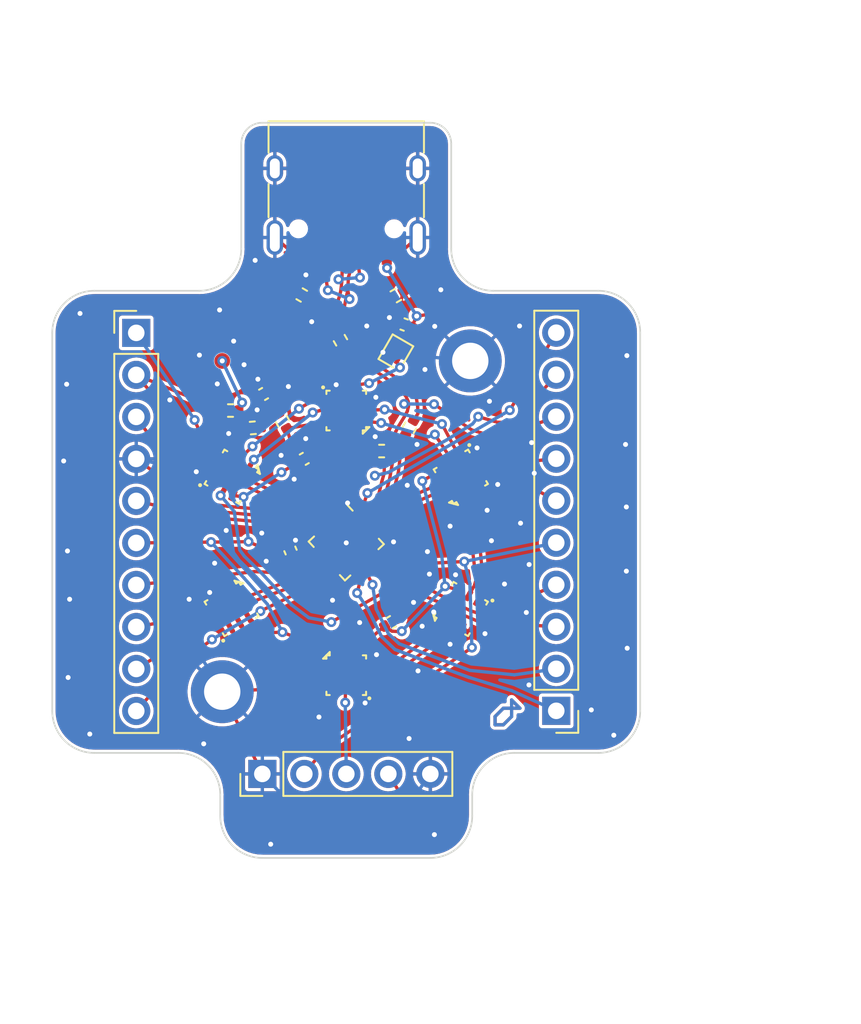
<source format=kicad_pcb>
(kicad_pcb (version 20211014) (generator pcbnew)
  (layers (0 "F.Cu" signal) (31 "B.Cu" signal) (34 "B.Paste" user) (35 "F.Paste" user) (36 "B.SilkS" user "B.Silkscreen") (37 "F.SilkS" user "F.Silkscreen") (38 "B.Mask" user) (39 "F.Mask" user) (44 "Edge.Cuts" user))
  (net 0 "")
  (net 1 "VCC")
  (net 2 "GND")
  (net 3 "PD7NRST")
  (net 4 "PA1")
  (net 5 "PA2")
  (net 6 "PD0")
  (net 7 "PC0")
  (net 8 "PC1")
  (net 9 "PC2")
  (net 10 "PC3")
  (net 11 "SWIO")
  (net 12 "PC4")
  (net 13 "PC5")
  (net 14 "PC6")
  (net 15 "PC7")
  (net 16 "PD2")
  (net 17 "PD6")
  (net 18 "Net-(D1-Pad4)")
  (net 19 "Net-(D1-Pad5)")
  (net 20 "Net-(D2-Pad4)")
  (net 21 "Net-(D2-Pad5)")
  (net 22 "Net-(D3-Pad4)")
  (net 23 "Net-(D3-Pad5)")
  (net 24 "Net-(D4-Pad4)")
  (net 25 "Net-(D4-Pad5)")
  (net 26 "Net-(D5-Pad4)")
  (net 27 "Net-(D5-Pad5)")
  (net 30 "D+")
  (net 31 "D-")
  (net 32 "DPU")
  (net 33 "Net-(J4-PadA7)")
  (net 34 "Net-(J4-PadA6)")
  (net 35 "Net-(J4-PadB5)")
  (net 36 "Net-(J4-PadA5)")
  (net 39 "+5V")
  (net 40 "Net-(R6-Pad1)")
  (net 41 "Net-(M1-Pad2)")
  (footprint "WS2816-2121:WS2816-2121" (layer "F.Cu") (at 93.071804 96.000012 60)
    (fp_text reference "D1" hide)
    (fp_text value "WS2816C-2121" hide)
  )
  (footprint "Resistor_SMD:R_0402_1005Metric" (layer "F.Cu") (at 103.825 93.038327 -120)
    (fp_text reference "R2")
    (fp_text value "NP" hide)
  )
  (footprint "MountingHole:MountingHole_2.2mm_M2_DIN965_Pad" (layer "F.Cu") (at 92.5 109)
    (fp_text reference "J6" hide)
    (fp_text value "HOLE" hide)
  )
  (footprint "Connector_PinHeader_2.54mm:PinHeader_1x10_P2.54mm_Vertical" (layer "F.Cu") (at 112.7 110.155 180)
    (fp_text reference "J3" hide)
    (fp_text value "~" hide)
  )
  (footprint "Capacitor_SMD:C_0402_1005Metric" (layer "F.Cu") (at 97.46 94.92 30)
    (fp_text reference "C3" hide)
    (fp_text value "1u")
  )
  (footprint "Capacitor_SMD:C_0402_1005Metric" (layer "F.Cu") (at 95 91 30)
    (fp_text reference "C5")
    (fp_text value "1u" hide)
  )
  (footprint "Resistor_SMD:R_0402_1005Metric" (layer "F.Cu") (at 99.65 87.75 -60)
    (fp_text reference "R1" hide)
    (fp_text value "NP")
  )
  (footprint "Resistor_SMD:R_0402_1005Metric" (layer "F.Cu") (at 102.14 94.45 180)
    (fp_text reference "R5")
    (fp_text value "NP" hide)
  )
  (footprint "Resistor_SMD:R_0402_1005Metric" (layer "F.Cu") (at 94.35 93.05 -175)
    (fp_text reference "R6")
    (fp_text value "2.2k" hide)
  )
  (footprint "WS2816-2121:WS2816-2121" (layer "F.Cu") (at 100.000003 108.000006 180)
    (fp_text reference "D5" hide)
    (fp_text value "WS2816C-2121" hide)
  )
  (footprint "Resistor_SMD:R_0402_1005Metric" (layer "F.Cu") (at 96.15 92.65 120)
    (fp_text reference "R7")
    (fp_text value "0" hide)
  )
  (footprint "Swadge_Parts:GOERTEK_MIC_B4013AM423" (layer "F.Cu") (at 92.5 89 -120)
    (fp_text reference "M1" hide)
    (fp_text value "Mic")
  )
  (footprint "Connector_PinHeader_2.54mm:PinHeader_1x05_P2.54mm_Vertical" (layer "F.Cu") (at 94.925 113.97 90)
    (fp_text reference "J2" hide)
    (fp_text value "PGM" hide)
  )
  (footprint "Capacitor_SMD:C_0402_1005Metric" (layer "F.Cu") (at 103.5 86.8 160)
    (fp_text reference "C4")
    (fp_text value "1u" hide)
  )
  (footprint "Package_DFN_QFN:QFN-20-1EP_3x3mm_P0.4mm_EP1.65x1.65mm" (layer "F.Cu") (at 100 100 -47)
    (fp_text reference "U1")
    (fp_text value "CH32V003F4U6" hide)
  )
  (footprint "Capacitor_SMD:C_0402_1005Metric" (layer "F.Cu") (at 96.627551 100.461842 113)
    (fp_text reference "C1" hide)
    (fp_text value "1u" hide)
  )
  (footprint "MountingHole:MountingHole_2.2mm_M2_DIN965_Pad" (layer "F.Cu") (at 107.5 89)
    (fp_text reference "J5" hide)
    (fp_text value "HOLE" hide)
  )
  (footprint "WS2816-2121:WS2816-2121" (layer "F.Cu") (at 100.000007 92.000012)
    (fp_text reference "D2" hide)
    (fp_text value "WS2816C-2121" hide)
  )
  (footprint "WS2816-2121:WS2816-2121" (layer "F.Cu") (at 106.928203 96 -60)
    (fp_text reference "D3" hide)
    (fp_text value "WS2816C-2121" hide)
  )
  (footprint "Capacitor_SMD:C_0402_1005Metric" (layer "F.Cu") (at 102.734308 104.79 30)
    (fp_text reference "C2")
    (fp_text value "1u" hide)
  )
  (footprint "Resistor_SMD:R_0402_1005Metric" (layer "F.Cu") (at 93 92)
    (fp_text reference "R8")
    (fp_text value "0" hide)
  )
  (footprint "Connector_PinHeader_2.54mm:PinHeader_1x10_P2.54mm_Vertical" (layer "F.Cu") (at 87.3 87.305)
    (fp_text reference "J1" hide)
    (fp_text value "~" hide)
  )
  (footprint "Package_DFN_QFN:OnSemi_XDFN4-1EP_1.0x1.0mm_EP0.52x0.52mm" (layer "F.Cu") (at 103 88.5 150)
    (fp_text reference "U2")
    (fp_text value "3.3vReg" hide)
  )
  (footprint "Resistor_SMD:R_0402_1005Metric" (layer "F.Cu") (at 97.308327 85.015 150)
    (fp_text reference "R3")
    (fp_text value "5.1k" hide)
  )
  (footprint "Connector_USB:USB_C_Receptacle_HRO_TYPE-C-31-M-12" (layer "F.Cu") (at 100 78.41 180)
    (fp_text reference "J4" hide)
    (fp_text value "USB_C_Receptacle_USB2.0" hide)
  )
  (footprint "Resistor_SMD:R_0402_1005Metric" (layer "F.Cu") (at 102.998327 85.055 30)
    (fp_text reference "R4")
    (fp_text value "5.1k" hide)
  )
  (footprint "WS2816-2121:WS2816-2121" (layer "F.Cu") (at 106.928202 103.999997 -120)
    (fp_text reference "D4" hide)
    (fp_text value "WS2816C-2121" hide)
  )
  (footprint "WS2816-2121:WS2816-2121" (layer "F.Cu") (at 93.071797 104 120)
    (fp_text reference "D6" hide)
    (fp_text value "WS2816C-2121" hide)
  )
  (gr_line (start 109 111) (end 109 110.5) (layer "F.Cu") (width 0.2))
  (gr_line (start 110 109.5) (end 110 110.5) (layer "F.Cu") (width 0.2))
  (gr_line (start 110.5 110) (end 110 109.5) (layer "F.Cu") (width 0.2))
  (gr_line (start 109 110.5) (end 109.5 110) (layer "F.Cu") (width 0.2))
  (gr_line (start 109.5 110) (end 110.5 110) (layer "F.Cu") (width 0.2))
  (gr_line (start 109.5 111) (end 109 111) (layer "F.Cu") (width 0.2))
  (gr_line (start 109.5 111) (end 110 110.5) (layer "F.Cu") (width 0.2))
  (gr_line (start 110 110.5) (end 109.5 111) (layer "B.Cu") (width 0.2))
  (gr_line (start 109 110.5) (end 109.5 110) (layer "B.Cu") (width 0.2))
  (gr_line (start 110.5 110) (end 110 109.5) (layer "B.Cu") (width 0.2))
  (gr_line (start 109 111) (end 109 110.5) (layer "B.Cu") (width 0.2))
  (gr_line (start 110 109.5) (end 110 110.5) (layer "B.Cu") (width 0.2))
  (gr_line (start 109.5 110) (end 110.5 110) (layer "B.Cu") (width 0.2))
  (gr_line (start 109.5 111) (end 109 111) (layer "B.Cu") (width 0.2))
  (gr_arc (start 115.24 84.76) (mid 117.036051 85.503949) (end 117.78 87.3) (layer "Edge.Cuts") (width 0.1))
  (gr_line (start 91.11 84.76) (end 84.76 84.76) (layer "Edge.Cuts") (width 0.1))
  (gr_arc (start 82.22 87.3) (mid 82.963949 85.503949) (end 84.76 84.76) (layer "Edge.Cuts") (width 0.1))
  (gr_line (start 105.08 74.6) (end 94.92 74.6) (layer "Edge.Cuts") (width 0.1))
  (gr_arc (start 105.08 74.6) (mid 105.978026 74.971974) (end 106.35 75.87) (layer "Edge.Cuts") (width 0.1))
  (gr_arc (start 108.89 84.76) (mid 107.093948 84.016051) (end 106.35 82.219999) (layer "Edge.Cuts") (width 0.1))
  (gr_line (start 92.38 115.24) (end 92.38 116.51) (layer "Edge.Cuts") (width 0.1))
  (gr_line (start 117.78 87.3) (end 117.78 110.16) (layer "Edge.Cuts") (width 0.1))
  (gr_arc (start 107.62 116.51) (mid 106.876051 118.306051) (end 105.08 119.05) (layer "Edge.Cuts") (width 0.1))
  (gr_arc (start 84.76 112.7) (mid 82.963949 111.956051) (end 82.22 110.16) (layer "Edge.Cuts") (width 0.1))
  (gr_line (start 89.84 112.7) (end 84.76 112.7) (layer "Edge.Cuts") (width 0.1))
  (gr_line (start 82.22 110.16) (end 82.22 87.3) (layer "Edge.Cuts") (width 0.1))
  (gr_line (start 106.35 82.219999) (end 106.35 75.87) (layer "Edge.Cuts") (width 0.1))
  (gr_arc (start 93.65 75.87) (mid 94.021974 74.971974) (end 94.92 74.6) (layer "Edge.Cuts") (width 0.1))
  (gr_line (start 115.24 84.76) (end 108.89 84.76) (layer "Edge.Cuts") (width 0.1))
  (gr_line (start 107.62 115.24) (end 107.62 116.51) (layer "Edge.Cuts") (width 0.1))
  (gr_line (start 105.08 119.05) (end 94.92 119.05) (layer "Edge.Cuts") (width 0.1))
  (gr_arc (start 93.650001 82.22) (mid 92.906052 84.016052) (end 91.11 84.76) (layer "Edge.Cuts") (width 0.1))
  (gr_arc (start 117.78 110.16) (mid 117.036051 111.956051) (end 115.24 112.7) (layer "Edge.Cuts") (width 0.1))
  (gr_arc (start 94.92 119.05) (mid 93.123949 118.306051) (end 92.38 116.51) (layer "Edge.Cuts") (width 0.1))
  (gr_line (start 93.65 75.87) (end 93.650001 82.22) (layer "Edge.Cuts") (width 0.1))
  (gr_arc (start 107.62 115.24) (mid 108.363949 113.443949) (end 110.16 112.7) (layer "Edge.Cuts") (width 0.1))
  (gr_line (start 110.16 112.7) (end 115.24 112.7) (layer "Edge.Cuts") (width 0.1))
  (gr_arc (start 89.84 112.7) (mid 91.636051 113.443949) (end 92.38 115.24) (layer "Edge.Cuts") (width 0.1))
  (segment (start 103.038958 89.082522) (end 103.25 89.4) (width 0.2) (layer "F.Cu") (net 1))
  (segment (start 99.15 106.59) (end 100.15 107.23) (width 0.2) (layer "F.Cu") (net 1))
  (segment (start 95.55 105.42) (end 96.14 105.4) (width 0.2) (layer "F.Cu") (net 1))
  (segment (start 100.94 106.23) (end 101.47 105.77) (width 0.2) (layer "F.Cu") (net 1))
  (segment (start 96.405 93.091673) (end 99.055007 92.630012) (width 0.2) (layer "F.Cu") (net 1))
  (segment (start 103.359286 105.339286) (end 103.31 105.37) (width 0.2) (layer "F.Cu") (net 1))
  (segment (start 97.2 100.75) (end 97.39 100.74) (width 0.2) (layer "F.Cu") (net 1))
  (segment (start 97.044308 95.16) (end 96.405 93.091673) (width 0.2) (layer "F.Cu") (net 1))
  (segment (start 94.63 105) (end 95.55 105.42) (width 0.2) (layer "F.Cu") (net 1))
  (segment (start 95.74 100.67) (end 96.815102 100.903684) (width 0.2) (layer "F.Cu") (net 1))
  (segment (start 99.71 92.64) (end 99.055007 92.630012) (width 0.2) (layer "F.Cu") (net 1))
  (segment (start 93.1449 97.133406) (end 93.79 97.22) (width 0.2) (layer "F.Cu") (net 1))
  (segment (start 105.977238 102.627238) (end 106.855106 102.866603) (width 0.2) (layer "F.Cu") (net 1))
  (segment (start 101.38 90.35) (end 100.64 90.45) (width 0.2) (layer "F.Cu") (net 1))
  (segment (start 96.082527 95.732527) (end 97.044308 95.16) (width 0.2) (layer "F.Cu") (net 1))
  (segment (start 94.089893 104.503394) (end 94.31 104.71) (width 0.2) (layer "F.Cu") (net 1))
  (segment (start 104.6 96.26) (end 105.910107 95.496606) (width 0.2) (layer "F.Cu") (net 1))
  (segment (start 100.25 90.69) (end 100.08 91.01) (width 0.2) (layer "F.Cu") (net 1))
  (segment (start 96.815102 100.903684) (end 97.2 100.75) (width 0.2) (layer "F.Cu") (net 1))
  (segment (start 94.09 99.93) (end 95.74 100.67) (width 0.2) (layer "F.Cu") (net 1))
  (segment (start 100.57 107.34) (end 100.945003 107.370006) (width 0.2) (layer "F.Cu") (net 1))
  (segment (start 99.92 92.5) (end 99.71 92.64) (width 0.2) (layer "F.Cu") (net 1))
  (segment (start 97.69 100.83) (end 97.89 100.83) (width 0.2) (layer "F.Cu") (net 1))
  (segment (start 91.528296 99.958296) (end 94.09 99.93) (width 0.2) (layer "F.Cu") (net 1))
  (segment (start 96.14 105.4) (end 99.15 106.59) (width 0.2) (layer "F.Cu") (net 1))
  (segment (start 91.825018 99.955018) (end 91.528296 99.958296) (width 0.2) (layer "F.Cu") (net 1))
  (segment (start 101.47 105.77) (end 102.318616 105.03) (width 0.2) (layer "F.Cu") (net 1))
  (segment (start 100.64 90.45) (end 100.25 90.69) (width 0.2) (layer "F.Cu") (net 1))
  (segment (start 99.94 109.66) (end 99.96 108.42) (width 0.2) (layer "F.Cu") (net 1))
  (segment (start 87.3 100.005) (end 91.528296 99.958296) (width 0.2) (layer "F.Cu") (net 1))
  (segment (start 102.76 105.34) (end 102.318616 105.03) (width 0.2) (layer "F.Cu") (net 1))
  (segment (start 100.387736 107.292264) (end 100.94 106.23) (width 0.2) (layer "F.Cu") (net 1))
  (segment (start 94.31 104.71) (end 94.63 105) (width 0.2) (layer "F.Cu") (net 1))
  (segment (start 100.316415 107.273585) (end 100.387736 107.292264) (width 0.2) (layer "F.Cu") (net 1))
  (segment (start 100.15 107.23) (end 100.316415 107.273585) (width 0.2) (layer "F.Cu") (net 1))
  (segment (start 103.31 105.37) (end 102.76 105.34) (width 0.2) (layer "F.Cu") (net 1))
  (segment (start 97.54 100.82) (end 97.69 100.83) (width 0.2) (layer "F.Cu") (net 1))
  (segment (start 100.387736 107.292264) (end 100.57 107.34) (width 0.2) (layer "F.Cu") (net 1))
  (segment (start 97.89 100.83) (end 98.393938 100.403815) (width 0.2) (layer "F.Cu") (net 1))
  (segment (start 100.03 91.8) (end 99.92 92.5) (width 0.2) (layer "F.Cu") (net 1))
  (segment (start 100.08 91.01) (end 100.03 91.8) (width 0.2) (layer "F.Cu") (net 1))
  (segment (start 100.2 107.6) (end 100.316415 107.273585) (width 0.2) (layer "F.Cu") (net 1))
  (segment (start 97.39 100.74) (end 97.54 100.82) (width 0.2) (layer "F.Cu") (net 1))
  (segment (start 99.96 108.42) (end 100.2 107.6) (width 0.2) (layer "F.Cu") (net 1))
  (via (at 103.25 89.4) (size 0.6) (drill 0.3) (layers "F.Cu" "B.Cu") (net 1))
  (via (at 103.359286 105.339286) (size 0.6) (drill 0.3) (layers "F.Cu" "B.Cu") (net 1))
  (via (at 96.082527 95.732527) (size 0.6) (drill 0.3) (layers "F.Cu" "B.Cu") (net 1))
  (via (at 104.6 96.26) (size 0.6) (drill 0.3) (layers "F.Cu" "B.Cu") (net 1))
  (via (at 101.38 90.35) (size 0.6) (drill 0.3) (layers "F.Cu" "B.Cu") (net 1))
  (via (at 99.94 109.66) (size 0.6) (drill 0.3) (layers "F.Cu" "B.Cu") (net 1))
  (via (at 94.09 99.93) (size 0.6) (drill 0.3) (layers "F.Cu" "B.Cu") (net 1))
  (via (at 105.977238 102.627238) (size 0.6) (drill 0.3) (layers "F.Cu" "B.Cu") (net 1))
  (via (at 96.14 105.4) (size 0.6) (drill 0.3) (layers "F.Cu" "B.Cu") (net 1))
  (via (at 91.825018 99.955018) (size 0.6) (drill 0.3) (layers "F.Cu" "B.Cu") (net 1))
  (via (at 93.79 97.22) (size 0.6) (drill 0.3) (layers "F.Cu" "B.Cu") (net 1))
  (segment (start 93.79 97.22) (end 94.09 99.93) (width 0.2) (layer "B.Cu") (net 1))
  (segment (start 93.79 97.22) (end 96.082527 95.732527) (width 0.2) (layer "B.Cu") (net 1))
  (segment (start 93.84 102.15) (end 95.23 103.71) (width 0.2) (layer "B.Cu") (net 1))
  (segment (start 105.78 100.81) (end 104.6 96.26) (width 0.2) (layer "B.Cu") (net 1))
  (segment (start 91.825018 99.955018) (end 93.84 102.15) (width 0.2) (layer "B.Cu") (net 1))
  (segment (start 103.359286 105.339286) (end 105.977238 102.627238) (width 0.2) (layer "B.Cu") (net 1))
  (segment (start 100.005 113.97) (end 99.94 109.66) (width 0.2) (layer "B.Cu") (net 1))
  (segment (start 95.23 103.71) (end 96.14 105.4) (width 0.2) (layer "B.Cu") (net 1))
  (segment (start 103.25 89.4) (end 101.38 90.35) (width 0.2) (layer "B.Cu") (net 1))
  (segment (start 105.977238 102.627238) (end 105.78 100.81) (width 0.2) (layer "B.Cu") (net 1))
  (segment (start 89.77 96.74) (end 87.3 94.925) (width 0.2) (layer "F.Cu") (net 2))
  (segment (start 96.78 83.31) (end 96.75 82.455) (width 0.2) (layer "F.Cu") (net 2))
  (segment (start 103.25 83.69) (end 103.44 84.8) (width 0.2) (layer "F.Cu") (net 2))
  (segment (start 99.055003 108.630006) (end 92.5 109) (width 0.2) (layer "F.Cu") (net 2))
  (segment (start 92.22 98.11) (end 91.35 97.95) (width 0.2) (layer "F.Cu") (net 2))
  (segment (start 98.718561 99.212336) (end 99.11 99.61) (width 0.2) (layer "F.Cu") (net 2))
  (segment (start 103.15 104.55) (end 104.07 103.6) (width 0.2) (layer "F.Cu") (net 2))
  (segment (start 99.11 99.61) (end 100 100) (width 0.2) (layer "F.Cu") (net 2))
  (segment (start 97.55 93.7) (end 97.875692 94.68) (width 0.2) (layer "F.Cu") (net 2))
  (segment (start 107.001298 105.133391) (end 106.28 106.13) (width 0.2) (layer "F.Cu") (net 2))
  (segment (start 95.68 81.54) (end 96.75 82.455) (width 0.2) (layer "F.Cu") (net 2))
  (segment (start 98.718561 99.212336) (end 98.36 98.83) (width 0.2) (layer "F.Cu") (net 2))
  (segment (start 94.63 88.02) (end 94.73 88.94) (width 0.2) (layer "F.Cu") (net 2))
  (segment (start 92.89 93.39) (end 92.998708 94.866618) (width 0.2) (layer "F.Cu") (net 2))
  (segment (start 97.15 84.35) (end 97.05 83.88) (width 0.2) (layer "F.Cu") (net 2))
  (segment (start 97.05 83.88) (end 96.78 83.31) (width 0.2) (layer "F.Cu") (net 2))
  (segment (start 89.06 88.54) (end 90.45 90.17) (width 0.2) (layer "F.Cu") (net 2))
  (segment (start 95.77 98.44) (end 92.22 98.11) (width 0.2) (layer "F.Cu") (net 2))
  (segment (start 102.61 86.38) (end 103.048948 86.63583) (width 0.2) (layer "F.Cu") (net 2))
  (segment (start 90.45 90.17) (end 91.58 91.08) (width 0.2) (layer "F.Cu") (net 2))
  (segment (start 98.13 98.68) (end 97.83 98.62) (width 0.2) (layer "F.Cu") (net 2))
  (segment (start 90.66 97.57) (end 89.77 96.74) (width 0.2) (layer "F.Cu") (net 2))
  (segment (start 92.053701 103.496606) (end 91.74 103) (width 0.2) (layer "F.Cu") (net 2))
  (segment (start 90.93 95.7) (end 92.053708 96.503406) (width 0.2) (layer "F.Cu") (net 2))
  (segment (start 103.25 82.455) (end 103.25 83.69) (width 0.2) (layer "F.Cu") (net 2))
  (segment (start 103.048948 86.63583) (end 103.44 84.8) (width 0.2) (layer "F.Cu") (net 2))
  (segment (start 94.73 88.94) (end 94.656132 90.106132) (width 0.2) (layer "F.Cu") (net 2))
  (segment (start 91.35 97.95) (end 90.66 97.57) (width 0.2) (layer "F.Cu") (net 2))
  (segment (start 91.12 88.65) (end 89.06 88.54) (width 0.2) (layer "F.Cu") (net 2))
  (segment (start 104.32 77.36) (end 95.68 77.36) (width 0.2) (layer "F.Cu") (net 2))
  (segment (start 94.925 113.97) (end 92.5 109) (width 0.2) (layer "F.Cu") (net 2))
  (segment (start 93.82 89.23) (end 94.656132 90.106132) (width 0.2) (layer "F.Cu") (net 2))
  (segment (start 97.83 98.62) (end 95.77 98.44) (width 0.2) (layer "F.Cu") (net 2))
  (segment (start 94.61 91.96) (end 94.584308 91.24) (width 0.2) (layer "F.Cu") (net 2))
  (segment (start 108.37 97.2) (end 108.52 98.03) (width 0.2) (layer "F.Cu") (net 2))
  (segment (start 94.656132 90.106132) (end 94.584308 91.24) (width 0.2) (layer "F.Cu") (net 2))
  (segment (start 105.29 104.18) (end 104.07 103.6) (width 0.2) (layer "F.Cu") (net 2))
  (segment (start 91.58 91.08) (end 92.2 90.39) (width 0.2) (layer "F.Cu") (net 2))
  (segment (start 106.28 98.99) (end 102.86 99.94) (width 0.2) (layer "F.Cu") (net 2))
  (segment (start 102.476042 88.757522) (end 103 88.5) (width 0.2) (layer "F.Cu") (net 2))
  (segment (start 95.68 77.36) (end 95.68 81.54) (width 0.2) (layer "F.Cu") (net 2))
  (segment (start 104.32 81.54) (end 104.32 77.36) (width 0.2) (layer "F.Cu") (net 2))
  (segment (start 96.866654 84.76) (end 97.15 84.35) (width 0.2) (layer "F.Cu") (net 2))
  (segment (start 102.476042 88.757522) (end 102.22 88.48) (width 0.2) (layer "F.Cu") (net 2))
  (segment (start 93.19 87.804885) (end 94.63 88.02) (width 0.2) (layer "F.Cu") (net 2))
  (segment (start 100.945007 91.370012) (end 101.79 91.2) (width 0.2) (layer "F.Cu") (net 2))
  (segment (start 98.36 98.83) (end 98.13 98.68) (width 0.2) (layer "F.Cu") (net 2))
  (segment (start 107.946299 96.503394) (end 108.37 97.2) (width 0.2) (layer "F.Cu") (net 2))
  (segment (start 103.25 82.455) (end 104.32 81.54) (width 0.2) (layer "F.Cu") (net 2))
  (segment (start 96.44 100.02) (end 96.93 99.84) (width 0.2) (layer "F.Cu") (net 2))
  (via (at 95.16 101.11) (size 0.6) (drill 0.3) (layers "F.Cu" "B.Cu") (net 2))
  (via (at 100.08 97.59) (size 0.6) (drill 0.3) (layers "F.Cu" "B.Cu") (net 2))
  (via (at 94.656132 90.106132) (size 0.6) (drill 0.3) (layers "F.Cu" "B.Cu") (net 2))
  (via (at 89.33 91.36) (size 0.6) (drill 0.3) (layers "F.Cu" "B.Cu") (net 2))
  (via (at 106.28 98.99) (size 0.6) (drill 0.3) (layers "F.Cu" "B.Cu") (net 2))
  (via (at 104.76 89.52) (size 0.6) (drill 0.3) (layers "F.Cu" "B.Cu") (net 2))
  (via (at 105.33 117.64) (size 0.6) (drill 0.3) (layers "F.Cu" "B.Cu") (net 2))
  (via (at 93.82 89.23) (size 0.6) (drill 0.3) (layers "F.Cu" "B.Cu") (net 2))
  (via (at 110.54 98.81) (size 0.6) (drill 0.3) (layers "F.Cu" "B.Cu") (net 2))
  (via (at 116.94 97.83) (size 0.6) (drill 0.3) (layers "F.Cu" "B.Cu") (net 2))
  (via (at 101.14 109.68) (size 0.6) (drill 0.3) (layers "F.Cu" "B.Cu") (net 2))
  (via (at 116.18 111.63) (size 0.6) (drill 0.3) (layers "F.Cu" "B.Cu") (net 2))
  (via (at 99.39 90.44) (size 0.6) (drill 0.3) (layers "F.Cu" "B.Cu") (net 2))
  (via (at 92.34 85.92) (size 0.6) (drill 0.3) (layers "F.Cu" "B.Cu") (net 2))
  (via (at 101.75 93.58) (size 0.6) (drill 0.3) (layers "F.Cu" "B.Cu") (net 2))
  (via (at 94.61 91.96) (size 0.6) (drill 0.3) (layers "F.Cu" "B.Cu") (net 2))
  (via (at 116.97 88.68) (size 0.6) (drill 0.3) (layers "F.Cu" "B.Cu") (net 2))
  (via (at 94.49 82.92) (size 0.6) (drill 0.3) (layers "F.Cu" "B.Cu") (net 2))
  (via (at 101.24 86.89) (size 0.6) (drill 0.3) (layers "F.Cu" "B.Cu") (net 2))
  (via (at 101.83 106.76) (size 0.6) (drill 0.3) (layers "F.Cu" "B.Cu") (net 2))
  (via (at 97.56 83.8) (size 0.6) (drill 0.3) (layers "F.Cu" "B.Cu") (net 2))
  (via (at 116.94 101.71) (size 0.6) (drill 0.3) (layers "F.Cu" "B.Cu") (net 2))
  (via (at 90.93 95.7) (size 0.6) (drill 0.3) (layers "F.Cu" "B.Cu") (net 2))
  (via (at 111.05 108.59) (size 0.6) (drill 0.3) (layers "F.Cu" "B.Cu") (net 2))
  (via (at 111.37 95.79) (size 0.6) (drill 0.3) (layers "F.Cu" "B.Cu") (net 2))
  (via (at 83.27 103.41) (size 0.6) (drill 0.3) (layers "F.Cu" "B.Cu") (net 2))
  (via (at 116.89 94.05) (size 0.6) (drill 0.3) (layers "F.Cu" "B.Cu") (net 2))
  (via (at 92.04 101.23) (size 0.6) (drill 0.3) (layers "F.Cu" "B.Cu") (net 2))
  (via (at 104.91 100.53) (size 0.6) (drill 0.3) (layers "F.Cu" "B.Cu") (net 2))
  (via (at 114.82 110.1) (size 0.6) (drill 0.3) (layers "F.Cu" "B.Cu") (net 2))
  (via (at 109.16 96.47) (size 0.6) (drill 0.3) (layers "F.Cu" "B.Cu") (net 2))
  (via (at 116.99 106.37) (size 0.6) (drill 0.3) (layers "F.Cu" "B.Cu") (net 2))
  (via (at 83.09 90.41) (size 0.6) (drill 0.3) (layers "F.Cu" "B.Cu") (net 2))
  (via (at 102.86 99.94) (size 0.6) (drill 0.3) (layers "F.Cu" "B.Cu") (net 2))
  (via (at 96.85 96.15) (size 0.6) (drill 0.3) (layers "F.Cu" "B.Cu") (net 2))
  (via (at 101.79 91.2) (size 0.6) (drill 0.3) (layers "F.Cu" "B.Cu") (net 2))
  (via (at 82.91 95.05) (size 0.6) (drill 0.3) (layers "F.Cu" "B.Cu") (net 2))
  (via (at 111.21 93.94) (size 0.6) (drill 0.3) (layers "F.Cu" "B.Cu") (net 2))
  (via (at 96.06 94.71) (size 0.6) (drill 0.3) (layers "F.Cu" "B.Cu") (net 2))
  (via (at 98.35 110.53) (size 0.6) (drill 0.3) (layers "F.Cu" "B.Cu") (net 2))
  (via (at 111.06 101.31) (size 0.6) (drill 0.3) (layers "F.Cu" "B.Cu") (net 2))
  (via (at 104.07 103.6) (size 0.6) (drill 0.3) (layers "F.Cu" "B.Cu") (net 2))
  (via (at 91.12 88.65) (size 0.6) (drill 0.3) (layers "F.Cu" "B.Cu") (net 2))
  (via (at 103.69 96.52) (size 0.6) (drill 0.3) (layers "F.Cu" "B.Cu") (net 2))
  (via (at 105.03 101.89) (size 0.6) (drill 0.3) (layers "F.Cu" "B.Cu") (net 2))
  (via (at 105.35 86.91) (size 0.6) (drill 0.3) (layers "F.Cu" "B.Cu") (net 2))
  (via (at 104.34 107.74) (size 0.6) (drill 0.3) (layers "F.Cu" "B.Cu") (net 2))
  (via (at 103.8 111.83) (size 0.6) (drill 0.3) (layers "F.Cu" "B.Cu") (net 2))
  (via (at 110.48 86.89) (size 0.6) (drill 0.3) (layers "F.Cu" "B.Cu") (net 2))
  (via (at 83.18 108.14) (size 0.6) (drill 0.3) (layers "F.Cu" "B.Cu") (net 2))
  (via (at 102.61 86.38) (size 0.6) (drill 0.3) (layers "F.Cu" "B.Cu") (net 2))
  (via (at 83.9 86.13) (size 0.6) (drill 0.3) (layers "F.Cu" "B.Cu") (net 2))
  (via (at 105.29 104.18) (size 0.6) (drill 0.3) (layers "F.Cu" "B.Cu") (net 2))
  (via (at 104.28 94.05) (size 0.6) (drill 0.3) (layers "F.Cu" "B.Cu") (net 2))
  (via (at 96.5 90.55) (size 0.6) (drill 0.3) (layers "F.Cu" "B.Cu") (net 2))
  (via (at 95.43 118.22) (size 0.6) (drill 0.3) (layers "F.Cu" "B.Cu") (net 2))
  (via (at 110.89 104.21) (size 0.6) (drill 0.3) (layers "F.Cu" "B.Cu") (net 2))
  (via (at 92.2 90.39) (size 0.6) (drill 0.3) (layers "F.Cu" "B.Cu") (net 2))
  (via (at 108.52 98.03) (size 0.6) (drill 0.3) (layers "F.Cu" "B.Cu") (net 2))
  (via (at 108.78 99.87) (size 0.6) (drill 0.3) (layers "F.Cu" "B.Cu") (net 2))
  (via (at 106.28 106.13) (size 0.6) (drill 0.3) (layers "F.Cu" "B.Cu") (net 2))
  (via (at 93.19 87.804885) (size 0.6) (drill 0.3) (layers "F.Cu" "B.Cu") (net 2))
  (via (at 108.66 91.44) (size 0.6) (drill 0.3) (layers "F.Cu" "B.Cu") (net 2))
  (via (at 102.22 88.48) (size 0.6) (drill 0.3) (layers "F.Cu" "B.Cu") (net 2))
  (via (at 100 100) (size 0.6) (drill 0.3) (layers "F.Cu" "B.Cu") (net 2))
  (via (at 94.89 99.41) (size 0.6) (drill 0.3) (layers "F.Cu" "B.Cu") (net 2))
  (via (at 107.91 94.26) (size 0.6) (drill 0.3) (layers "F.Cu" "B.Cu") (net 2))
  (via (at 83.14 100.49) (size 0.6) (drill 0.3) (layers "F.Cu" "B.Cu") (net 2))
  (via (at 90.5 103.41) (size 0.6) (drill 0.3) (layers "F.Cu" "B.Cu") (net 2))
  (via (at 84.49 111.56) (size 0.6) (drill 0.3) (layers "F.Cu" "B.Cu") (net 2))
  (via (at 109.57 102.49) (size 0.6) (drill 0.3) (layers "F.Cu" "B.Cu") (net 2))
  (via (at 97.55 93.7) (size 0.6) (drill 0.3) (layers "F.Cu" "B.Cu") (net 2))
  (via (at 99.17 103.47) (size 0.6) (drill 0.3) (layers "F.Cu" "B.Cu") (net 2))
  (via (at 108.39 105.49) (size 0.6) (drill 0.3) (layers "F.Cu" "B.Cu") (net 2))
  (via (at 91.38 112.15) (size 0.6) (drill 0.3) (layers "F.Cu" "B.Cu") (net 2))
  (via (at 97.91 86.63) (size 0.6) (drill 0.3) (layers "F.Cu" "B.Cu") (net 2))
  (via (at 92.89 93.39) (size 0.6) (drill 0.3) (layers "F.Cu" "B.Cu") (net 2))
  (via (at 96.93 99.84) (size 0.6) (drill 0.3) (layers "F.Cu" "B.Cu") (net 2))
  (via (at 106.61 101.93) (size 0.6) (drill 0.3) (layers "F.Cu" "B.Cu") (net 2))
  (via (at 91.74 103) (size 0.6) (drill 0.3) (layers "F.Cu" "B.Cu") (net 2))
  (via (at 105.72 84.7) (size 0.6) (drill 0.3) (layers "F.Cu" "B.Cu") (net 2))
  (via (at 92.74 99.25) (size 0.6) (drill 0.3) (layers "F.Cu" "B.Cu") (net 2))
  (via (at 100.81 104.82) (size 0.6) (drill 0.3) (layers "F.Cu" "B.Cu") (net 2))
  (via (at 104.59 105.04) (size 0.6) (drill 0.3) (layers "F.Cu" "B.Cu") (net 2))
  (segment (start 94.61 91.96) (end 97.19 91.01) (width 0.2) (layer "B.Cu") (net 2))
  (segment (start 108.52 98.03) (end 106.28 98.99) (width 0.2) (layer "B.Cu") (net 2))
  (segment (start 90.31 97.49) (end 90.93 95.7) (width 0.2) (layer "B.Cu") (net 2))
  (segment (start 96.93 99.84) (end 100 100) (width 0.2) (layer "B.Cu") (net 2))
  (segment (start 91.27 106.98) (end 92.5 109) (width 0.2) (layer "B.Cu") (net 2))
  (segment (start 101.59 100.79) (end 100 100) (width 0.2) (layer "B.Cu") (net 2))
  (segment (start 102.86 99.94) (end 100 100) (width 0.2) (layer "B.Cu") (net 2))
  (segment (start 96.68 115.82) (end 94.925 113.97) (width 0.2) (layer "B.Cu") (net 2))
  (segment (start 87.3 94.925) (end 90.93 95.7) (width 0.2) (layer "B.Cu") (net 2))
  (segment (start 103.25 101.16) (end 101.59 100.79) (width 0.2) (layer "B.Cu") (net 2))
  (segment (start 102.22 88.48) (end 102.61 86.38) (width 0.2) (layer "B.Cu") (net 2))
  (segment (start 100 100) (end 99.17 103.47) (width 0.2) (layer "B.Cu") (net 2))
  (segment (start 91.74 103) (end 90.83 104.46) (width 0.2) (layer "B.Cu") (net 2))
  (segment (start 105.085 113.97) (end 103.94 115.59) (width 0.2) (layer "B.Cu") (net 2))
  (segment (start 98.45 91.37) (end 98.86 92.61) (width 0.2) (layer "B.Cu") (net 2))
  (segment (start 104.07 103.6) (end 103.96 103.07) (width 0.2) (layer "B.Cu") (net 2))
  (segment (start 90.93 95.7) (end 92.89 93.39) (width 0.2) (layer "B.Cu") (net 2))
  (segment (start 106.28 106.13) (end 105.29 104.18) (width 0.2) (layer "B.Cu") (net 2))
  (segment (start 91.2 100.69) (end 90.31 97.49) (width 0.2) (layer "B.Cu") (net 2))
  (segment (start 101.79 91.2) (end 100.77 90.91) (width 0.2) (layer "B.Cu") (net 2))
  (segment (start 91.74 103) (end 91.2 100.69) (width 0.2) (layer "B.Cu") (net 2))
  (segment (start 100.5 90.29) (end 102.22 88.48) (width 0.2) (layer "B.Cu") (net 2))
  (segment (start 100.77 90.91) (end 100.5 90.29) (width 0.2) (layer "B.Cu") (net 2))
  (segment (start 103.96 103.07) (end 103.98 102.31) (width 0.2) (layer "B.Cu") (net 2))
  (segment (start 103.94 115.59) (end 96.68 115.82) (width 0.2) (layer "B.Cu") (net 2))
  (segment (start 97.19 91.01) (end 98.45 91.37) (width 0.2) (layer "B.Cu") (net 2))
  (segment (start 107.5 89) (end 102.22 88.48) (width 0.2) (layer "B.Cu") (net 2))
  (segment (start 98.86 92.61) (end 97.55 93.7) (width 0.2) (layer "B.Cu") (net 2))
  (segment (start 90.83 104.46) (end 91.27 106.98) (width 0.2) (layer "B.Cu") (net 2))
  (segment (start 92.89 93.39) (end 94.61 91.96) (width 0.2) (layer "B.Cu") (net 2))
  (segment (start 101.79 91.2) (end 98.86 92.61) (width 0.2) (layer "B.Cu") (net 2))
  (segment (start 103.98 102.31) (end 103.25 101.16) (width 0.2) (layer "B.Cu") (net 2))
  (segment (start 95.800805 96.929195) (end 95.49 96.85) (width 0.2) (layer "F.Cu") (net 3))
  (segment (start 91.68 94.6) (end 90.83 92.57) (width 0.2) (layer "F.Cu") (net 3))
  (segment (start 92.22 95.17) (end 91.68 94.6) (width 0.2) (layer "F.Cu") (net 3))
  (segment (start 99.596185 98.393938) (end 98.97 97.8) (width 0.2) (layer "F.Cu") (net 3))
  (segment (start 98.32 97.49) (end 97.57 97.38) (width 0.2) (layer "F.Cu") (net 3))
  (segment (start 93.83 96.08) (end 92.22 95.17) (width 0.2) (layer "F.Cu") (net 3))
  (segment (start 97.57 97.38) (end 95.800805 96.929195) (width 0.2) (layer "F.Cu") (net 3))
  (segment (start 98.97 97.8) (end 98.32 97.49) (width 0.2) (layer "F.Cu") (net 3))
  (segment (start 95.49 96.85) (end 93.83 96.08) (width 0.2) (layer "F.Cu") (net 3))
  (via (at 90.83 92.57) (size 0.6) (drill 0.3) (layers "F.Cu" "B.Cu") (net 3))
  (segment (start 90.83 92.57) (end 87.3 87.305) (width 0.2) (layer "B.Cu") (net 3))
  (segment (start 89.61 90.8) (end 87.3 89.845) (width 0.2) (layer "F.Cu") (net 4))
  (segment (start 96.12 97.44) (end 97.57 97.8) (width 0.2) (layer "F.Cu") (net 4))
  (segment (start 98.02 97.86) (end 98.46 97.96) (width 0.2) (layer "F.Cu") (net 4))
  (segment (start 98.8 98.15) (end 99.303644 98.666738) (width 0.2) (layer "F.Cu") (net 4))
  (segment (start 89.61 90.8) (end 92.49 92) (width 0.2) (layer "F.Cu") (net 4))
  (segment (start 91.79 95.44) (end 92.36 95.81) (width 0.2) (layer "F.Cu") (net 4))
  (segment (start 93.04 96.16) (end 95.15 97.15) (width 0.2) (layer "F.Cu") (net 4))
  (segment (start 98.46 97.96) (end 98.8 98.15) (width 0.2) (layer "F.Cu") (net 4))
  (segment (start 92.36 95.81) (end 93.04 96.16) (width 0.2) (layer "F.Cu") (net 4))
  (segment (start 90.05 93.12) (end 91.34 94.89) (width 0.2) (layer "F.Cu") (net 4))
  (segment (start 87.3 89.845) (end 90.05 93.12) (width 0.2) (layer "F.Cu") (net 4))
  (segment (start 91.34 94.89) (end 91.79 95.44) (width 0.2) (layer "F.Cu") (net 4))
  (segment (start 95.15 97.15) (end 96.12 97.44) (width 0.2) (layer "F.Cu") (net 4))
  (segment (start 97.57 97.8) (end 98.02 97.86) (width 0.2) (layer "F.Cu") (net 4))
  (segment (start 98.63 98.5) (end 98.41 98.36) (width 0.2) (layer "F.Cu") (net 5))
  (segment (start 90.25 96.57) (end 87.3 92.385) (width 0.2) (layer "F.Cu") (net 5))
  (segment (start 93.01 97.81) (end 92.05 97.69) (width 0.2) (layer "F.Cu") (net 5))
  (segment (start 98.02 98.25) (end 93.01 97.81) (width 0.2) (layer "F.Cu") (net 5))
  (segment (start 99.011102 98.939537) (end 98.63 98.5) (width 0.2) (layer "F.Cu") (net 5))
  (segment (start 92.05 97.69) (end 91.11 97.37) (width 0.2) (layer "F.Cu") (net 5))
  (segment (start 91.11 97.37) (end 90.25 96.57) (width 0.2) (layer "F.Cu") (net 5))
  (segment (start 98.41 98.36) (end 98.02 98.25) (width 0.2) (layer "F.Cu") (net 5))
  (segment (start 94.23 98.68) (end 96.41 98.87) (width 0.2) (layer "F.Cu") (net 6))
  (segment (start 87.3 97.465) (end 91.11 98.34) (width 0.2) (layer "F.Cu") (net 6))
  (segment (start 91.11 98.34) (end 92.21 98.5) (width 0.2) (layer "F.Cu") (net 6))
  (segment (start 97.96 99.06) (end 98.13 99.16) (width 0.2) (layer "F.Cu") (net 6))
  (segment (start 98.13 99.16) (end 98.426019 99.485136) (width 0.2) (layer "F.Cu") (net 6))
  (segment (start 97.5 98.97) (end 97.96 99.06) (width 0.2) (layer "F.Cu") (net 6))
  (segment (start 92.21 98.5) (end 94.23 98.68) (width 0.2) (layer "F.Cu") (net 6))
  (segment (start 96.41 98.87) (end 97.5 98.97) (width 0.2) (layer "F.Cu") (net 6))
  (segment (start 98.666738 100.696356) (end 98.13 101.16) (width 0.2) (layer "F.Cu") (net 7))
  (segment (start 96.39 101.83) (end 94.44 101.74) (width 0.2) (layer "F.Cu") (net 7))
  (segment (start 97.56 101.52) (end 96.39 101.83) (width 0.2) (layer "F.Cu") (net 7))
  (segment (start 98.13 101.16) (end 97.56 101.52) (width 0.2) (layer "F.Cu") (net 7))
  (segment (start 94.44 101.74) (end 87.3 102.545) (width 0.2) (layer "F.Cu") (net 7))
  (segment (start 98.44 101.45) (end 98.939537 100.988898) (width 0.2) (layer "F.Cu") (net 8))
  (segment (start 93.42 103.48) (end 96.05 102.48) (width 0.2) (layer "F.Cu") (net 8))
  (segment (start 87.3 105.085) (end 91.53 104.3) (width 0.2) (layer "F.Cu") (net 8))
  (segment (start 96.05 102.48) (end 96.78 102.13) (width 0.2) (layer "F.Cu") (net 8))
  (segment (start 96.78 102.13) (end 97.85 101.81) (width 0.2) (layer "F.Cu") (net 8))
  (segment (start 91.53 104.3) (end 92.25 104.15) (width 0.2) (layer "F.Cu") (net 8))
  (segment (start 92.25 104.15) (end 93.42 103.48) (width 0.2) (layer "F.Cu") (net 8))
  (segment (start 97.85 101.81) (end 98.44 101.45) (width 0.2) (layer "F.Cu") (net 8))
  (segment (start 96.79 102.62) (end 94.46 103.51) (width 0.2) (layer "F.Cu") (net 9))
  (segment (start 94.46 103.51) (end 93.68 103.81) (width 0.2) (layer "F.Cu") (net 9))
  (segment (start 91.98 104.76) (end 87.3 107.625) (width 0.2) (layer "F.Cu") (net 9))
  (segment (start 98.51 101.95) (end 97.85 102.26) (width 0.2) (layer "F.Cu") (net 9))
  (segment (start 93.68 103.81) (end 91.98 104.76) (width 0.2) (layer "F.Cu") (net 9))
  (segment (start 97.85 102.26) (end 96.79 102.62) (width 0.2) (layer "F.Cu") (net 9))
  (segment (start 99.212336 101.281439) (end 98.51 101.95) (width 0.2) (layer "F.Cu") (net 9))
  (segment (start 89.61 107.56) (end 91.88 105.84) (width 0.2) (layer "F.Cu") (net 10))
  (segment (start 98.8 102.26) (end 99.485136 101.573981) (width 0.2) (layer "F.Cu") (net 10))
  (segment (start 98.24 102.58) (end 98.8 102.26) (width 0.2) (layer "F.Cu") (net 10))
  (segment (start 94.808155 104.128155) (end 96.74 103.19) (width 0.2) (layer "F.Cu") (net 10))
  (segment (start 96.74 103.19) (end 97.45 102.85) (width 0.2) (layer "F.Cu") (net 10))
  (segment (start 97.45 102.85) (end 98.24 102.58) (width 0.2) (layer "F.Cu") (net 10))
  (segment (start 87.3 110.165) (end 89.61 107.56) (width 0.2) (layer "F.Cu") (net 10))
  (via (at 91.88 105.84) (size 0.6) (drill 0.3) (layers "F.Cu" "B.Cu") (net 10))
  (via (at 94.808155 104.128155) (size 0.6) (drill 0.3) (layers "F.Cu" "B.Cu") (net 10))
  (segment (start 91.88 105.84) (end 94.808155 104.128155) (width 0.2) (layer "B.Cu") (net 10))
  (segment (start 107.6 106.33) (end 98.68 112.44) (width 0.2) (layer "F.Cu") (net 11))
  (segment (start 98.68 112.44) (end 97.465 113.97) (width 0.2) (layer "F.Cu") (net 11))
  (segment (start 102.32 101.12) (end 102.04 101.01) (width 0.2) (layer "F.Cu") (net 11))
  (segment (start 102.04 101.01) (end 101.573981 100.514864) (width 0.2) (layer "F.Cu") (net 11))
  (segment (start 107.14 101.13) (end 103.12 101.33) (width 0.2) (layer "F.Cu") (net 11))
  (segment (start 103.12 101.33) (end 102.32 101.12) (width 0.2) (layer "F.Cu") (net 11))
  (via (at 107.6 106.33) (size 0.6) (drill 0.3) (layers "F.Cu" "B.Cu") (net 11))
  (via (at 107.14 101.13) (size 0.6) (drill 0.3) (layers "F.Cu" "B.Cu") (net 11))
  (segment (start 107.48 102.47) (end 107.14 101.13) (width 0.2) (layer "B.Cu") (net 11))
  (segment (start 107.14 101.13) (end 112.7 99.995) (width 0.2) (layer "B.Cu") (net 11))
  (segment (start 107.6 106.33) (end 107.48 102.47) (width 0.2) (layer "B.Cu") (net 11))
  (segment (start 100.403815 101.606062) (end 100.77 101.95) (width 0.2) (layer "F.Cu") (net 12))
  (segment (start 100.77 101.95) (end 100.86 102.24) (width 0.2) (layer "F.Cu") (net 12))
  (segment (start 100.86 102.24) (end 100.66 103.03) (width 0.2) (layer "F.Cu") (net 12))
  (via (at 100.66 103.03) (size 0.6) (drill 0.3) (layers "F.Cu" "B.Cu") (net 12))
  (segment (start 107.41 108.13) (end 110.02 108.94) (width 0.2) (layer "B.Cu") (net 12))
  (segment (start 106.26 107.71) (end 107.41 108.13) (width 0.2) (layer "B.Cu") (net 12))
  (segment (start 102.14 105.68) (end 102.95 106.45) (width 0.2) (layer "B.Cu") (net 12))
  (segment (start 110.02 108.94) (end 112.7 110.155) (width 0.2) (layer "B.Cu") (net 12))
  (segment (start 101.32 104.03) (end 102.14 105.68) (width 0.2) (layer "B.Cu") (net 12))
  (segment (start 100.66 103.03) (end 101.32 104.03) (width 0.2) (layer "B.Cu") (net 12))
  (segment (start 102.95 106.45) (end 106.26 107.71) (width 0.2) (layer "B.Cu") (net 12))
  (segment (start 101.59 102.53) (end 101.29 101.93) (width 0.2) (layer "F.Cu") (net 13))
  (segment (start 101.29 101.93) (end 100.696356 101.333262) (width 0.2) (layer "F.Cu") (net 13))
  (via (at 101.59 102.53) (size 0.6) (drill 0.3) (layers "F.Cu" "B.Cu") (net 13))
  (segment (start 112.7 107.615) (end 110.17 107.98) (width 0.2) (layer "B.Cu") (net 13))
  (segment (start 110.17 107.98) (end 107.47 107.71) (width 0.2) (layer "B.Cu") (net 13))
  (segment (start 107.47 107.71) (end 103.2 106.1) (width 0.2) (layer "B.Cu") (net 13))
  (segment (start 101.81 104) (end 101.59 102.53) (width 0.2) (layer "B.Cu") (net 13))
  (segment (start 102.55 105.49) (end 101.81 104) (width 0.2) (layer "B.Cu") (net 13))
  (segment (start 103.2 106.1) (end 102.55 105.49) (width 0.2) (layer "B.Cu") (net 13))
  (segment (start 103.083688 102.526312) (end 102.95 102.47) (width 0.2) (layer "F.Cu") (net 14))
  (segment (start 107.04 104.35) (end 106.06 103.78) (width 0.2) (layer "F.Cu") (net 14))
  (segment (start 103.083688 102.526312) (end 99.1 104.79) (width 0.2) (layer "F.Cu") (net 14))
  (segment (start 101.9 101.93) (end 101.52 101.64) (width 0.2) (layer "F.Cu") (net 14))
  (segment (start 101.52 101.64) (end 100.988898 101.060463) (width 0.2) (layer "F.Cu") (net 14))
  (segment (start 106.06 103.78) (end 103.083688 102.526312) (width 0.2) (layer "F.Cu") (net 14))
  (segment (start 112.7 105.075) (end 108.03 104.77) (width 0.2) (layer "F.Cu") (net 14))
  (segment (start 108.03 104.77) (end 107.04 104.35) (width 0.2) (layer "F.Cu") (net 14))
  (segment (start 102.95 102.47) (end 101.9 101.93) (width 0.2) (layer "F.Cu") (net 14))
  (segment (start 92.599304 96.818406) (end 92.4 97.14) (width 0.2) (layer "F.Cu") (net 14))
  (via (at 92.4 97.14) (size 0.6) (drill 0.3) (layers "F.Cu" "B.Cu") (net 14))
  (via (at 99.1 104.79) (size 0.6) (drill 0.3) (layers "F.Cu" "B.Cu") (net 14))
  (segment (start 99.1 104.79) (end 97.74 104.53) (width 0.2) (layer "B.Cu") (net 14))
  (segment (start 97.74 104.53) (end 96.69 103.75) (width 0.2) (layer "B.Cu") (net 14))
  (segment (start 93.23 98.11) (end 92.4 97.14) (width 0.2) (layer "B.Cu") (net 14))
  (segment (start 93.56 100.43) (end 93.23 98.11) (width 0.2) (layer "B.Cu") (net 14))
  (segment (start 93.83 100.8) (end 93.56 100.43) (width 0.2) (layer "B.Cu") (net 14))
  (segment (start 94.78 101.73) (end 93.83 100.8) (width 0.2) (layer "B.Cu") (net 14))
  (segment (start 96.69 103.75) (end 94.78 101.73) (width 0.2) (layer "B.Cu") (net 14))
  (segment (start 103.5 102.01) (end 107.05 103.88) (width 0.2) (layer "F.Cu") (net 15))
  (segment (start 108.69 104.3) (end 112.7 102.535) (width 0.2) (layer "F.Cu") (net 15))
  (segment (start 107.05 103.88) (end 107.53 104.11) (width 0.2) (layer "F.Cu") (net 15))
  (segment (start 102.89 101.83) (end 103.5 102.01) (width 0.2) (layer "F.Cu") (net 15))
  (segment (start 101.281439 100.787664) (end 101.77 101.32) (width 0.2) (layer "F.Cu") (net 15))
  (segment (start 101.77 101.32) (end 102.08 101.57) (width 0.2) (layer "F.Cu") (net 15))
  (segment (start 108.18 104.32) (end 108.69 104.3) (width 0.2) (layer "F.Cu") (net 15))
  (segment (start 107.53 104.11) (end 108.18 104.32) (width 0.2) (layer "F.Cu") (net 15))
  (segment (start 102.08 101.57) (end 102.89 101.83) (width 0.2) (layer "F.Cu") (net 15))
  (segment (start 109.49 95.72) (end 112.7 97.455) (width 0.2) (layer "F.Cu") (net 16))
  (segment (start 107.93 95.77) (end 108.54 95.63) (width 0.2) (layer "F.Cu") (net 16))
  (segment (start 108.54 95.63) (end 109.49 95.72) (width 0.2) (layer "F.Cu") (net 16))
  (segment (start 101.606062 99.596185) (end 102.86 98.38) (width 0.2) (layer "F.Cu") (net 16))
  (segment (start 104.16 97.55) (end 105.74 96.87) (width 0.2) (layer "F.Cu") (net 16))
  (segment (start 105.74 96.87) (end 106.64 96.44) (width 0.2) (layer "F.Cu") (net 16))
  (segment (start 106.64 96.44) (end 107.93 95.77) (width 0.2) (layer "F.Cu") (net 16))
  (segment (start 102.86 98.38) (end 104.16 97.55) (width 0.2) (layer "F.Cu") (net 16))
  (segment (start 109.89 91.98) (end 112.7 87.295) (width 0.2) (layer "F.Cu") (net 17))
  (segment (start 100.99 97.86) (end 100.84 98.09) (width 0.2) (layer "F.Cu") (net 17))
  (segment (start 101.28 96.99) (end 100.99 97.86) (width 0.2) (layer "F.Cu") (net 17))
  (segment (start 100.84 98.09) (end 100.514864 98.426019) (width 0.2) (layer "F.Cu") (net 17))
  (via (at 101.28 96.99) (size 0.6) (drill 0.3) (layers "F.Cu" "B.Cu") (net 17))
  (via (at 109.89 91.98) (size 0.6) (drill 0.3) (layers "F.Cu" "B.Cu") (net 17))
  (segment (start 101.28 96.99) (end 109.89 91.98) (width 0.2) (layer "B.Cu") (net 17))
  (segment (start 98.42 92) (end 97.97 92.12) (width 0.2) (layer "F.Cu") (net 18))
  (segment (start 94.41 94.97) (end 94.0899 95.496618) (width 0.2) (layer "F.Cu") (net 18))
  (segment (start 99.055007 92.000012) (end 98.42 92) (width 0.2) (layer "F.Cu") (net 18))
  (via (at 97.97 92.12) (size 0.6) (drill 0.3) (layers "F.Cu" "B.Cu") (net 18))
  (via (at 94.41 94.97) (size 0.6) (drill 0.3) (layers "F.Cu" "B.Cu") (net 18))
  (segment (start 97.97 92.12) (end 94.41 94.97) (width 0.2) (layer "B.Cu") (net 18))
  (segment (start 93.87 94.61) (end 94.33 94.17) (width 0.2) (layer "F.Cu") (net 19))
  (segment (start 93.544304 95.181618) (end 93.87 94.61) (width 0.2) (layer "F.Cu") (net 19))
  (segment (start 98.28 91.4) (end 99.055007 91.370012) (width 0.2) (layer "F.Cu") (net 19))
  (segment (start 97.79 91.51) (end 98.28 91.4) (width 0.2) (layer "F.Cu") (net 19))
  (segment (start 97.14 91.89) (end 97.79 91.51) (width 0.2) (layer "F.Cu") (net 19))
  (via (at 94.33 94.17) (size 0.6) (drill 0.3) (layers "F.Cu" "B.Cu") (net 19))
  (via (at 97.14 91.89) (size 0.6) (drill 0.3) (layers "F.Cu" "B.Cu") (net 19))
  (segment (start 94.33 94.17) (end 97.14 91.89) (width 0.2) (layer "B.Cu") (net 19))
  (segment (start 105.36 93.45) (end 106.1 94.57) (width 0.2) (layer "F.Cu") (net 20))
  (segment (start 106.1 94.57) (end 106.455703 95.181606) (width 0.2) (layer "F.Cu") (net 20))
  (segment (start 100.945007 92.630012) (end 102.11 92.75) (width 0.2) (layer "F.Cu") (net 20))
  (via (at 105.36 93.45) (size 0.6) (drill 0.3) (layers "F.Cu" "B.Cu") (net 20))
  (via (at 102.11 92.75) (size 0.6) (drill 0.3) (layers "F.Cu" "B.Cu") (net 20))
  (segment (start 105.36 93.45) (end 104.96 93.59) (width 0.2) (layer "B.Cu") (net 20))
  (segment (start 104.96 93.59) (end 102.11 92.75) (width 0.2) (layer "B.Cu") (net 20))
  (segment (start 102.32 91.94) (end 100.945007 92.000012) (width 0.2) (layer "F.Cu") (net 21))
  (segment (start 106.54 94.23) (end 107.001299 94.866606) (width 0.2) (layer "F.Cu") (net 21))
  (segment (start 105.79 92.82) (end 106.54 94.23) (width 0.2) (layer "F.Cu") (net 21))
  (via (at 102.32 91.94) (size 0.6) (drill 0.3) (layers "F.Cu" "B.Cu") (net 21))
  (via (at 105.79 92.82) (size 0.6) (drill 0.3) (layers "F.Cu" "B.Cu") (net 21))
  (segment (start 105.79 92.82) (end 102.32 91.94) (width 0.2) (layer "B.Cu") (net 21))
  (segment (start 107.22 97.63) (end 106.855107 97.133394) (width 0.2) (layer "F.Cu") (net 22))
  (segment (start 107.37 98.19) (end 107.22 97.63) (width 0.2) (layer "F.Cu") (net 22))
  (segment (start 107.85 102.23) (end 107.37 98.19) (width 0.2) (layer "F.Cu") (net 22))
  (segment (start 107.400702 103.181603) (end 107.75 102.58) (width 0.2) (layer "F.Cu") (net 22))
  (segment (start 107.75 102.58) (end 107.85 102.23) (width 0.2) (layer "F.Cu") (net 22))
  (segment (start 107.400703 96.818394) (end 107.76 97.44) (width 0.2) (layer "F.Cu") (net 23))
  (segment (start 107.87 97.86) (end 108.28 102.36) (width 0.2) (layer "F.Cu") (net 23))
  (segment (start 108.26 102.68) (end 108.22 103) (width 0.2) (layer "F.Cu") (net 23))
  (segment (start 108.28 102.36) (end 108.26 102.68) (width 0.2) (layer "F.Cu") (net 23))
  (segment (start 108.22 103) (end 107.946298 103.496603) (width 0.2) (layer "F.Cu") (net 23))
  (segment (start 107.76 97.44) (end 107.87 97.86) (width 0.2) (layer "F.Cu") (net 23))
  (segment (start 101.77 108) (end 101.4 108) (width 0.2) (layer "F.Cu") (net 24))
  (segment (start 101.4 108) (end 100.945003 108.000006) (width 0.2) (layer "F.Cu") (net 24))
  (segment (start 105.63 105.07) (end 105.43 105.36) (width 0.2) (layer "F.Cu") (net 24))
  (segment (start 105.43 105.36) (end 103.3 106.99) (width 0.2) (layer "F.Cu") (net 24))
  (segment (start 105.910106 104.503391) (end 105.63 105.07) (width 0.2) (layer "F.Cu") (net 24))
  (segment (start 103.3 106.99) (end 102.01 107.94) (width 0.2) (layer "F.Cu") (net 24))
  (segment (start 102.01 107.94) (end 101.77 108) (width 0.2) (layer "F.Cu") (net 24))
  (segment (start 106.08 105.43) (end 106.455702 104.818391) (width 0.2) (layer "F.Cu") (net 25))
  (segment (start 100.945003 108.630006) (end 101.93 108.55) (width 0.2) (layer "F.Cu") (net 25))
  (segment (start 105.85 105.69) (end 106.08 105.43) (width 0.2) (layer "F.Cu") (net 25))
  (segment (start 101.93 108.55) (end 102.27 108.42) (width 0.2) (layer "F.Cu") (net 25))
  (segment (start 102.27 108.42) (end 105.85 105.69) (width 0.2) (layer "F.Cu") (net 25))
  (segment (start 93.89 105.26) (end 94.15 105.48) (width 0.2) (layer "F.Cu") (net 26))
  (segment (start 98.39 107.36) (end 98.59 107.39) (width 0.2) (layer "F.Cu") (net 26))
  (segment (start 98.59 107.39) (end 99.055003 107.370006) (width 0.2) (layer "F.Cu") (net 26))
  (segment (start 94.15 105.48) (end 97.93 107.25) (width 0.2) (layer "F.Cu") (net 26))
  (segment (start 97.93 107.25) (end 98.39 107.36) (width 0.2) (layer "F.Cu") (net 26))
  (segment (start 93.544297 104.818394) (end 93.75 105.16) (width 0.2) (layer "F.Cu") (net 26))
  (segment (start 93.75 105.16) (end 93.89 105.26) (width 0.2) (layer "F.Cu") (net 26))
  (segment (start 93.36 105.61) (end 93.23 105.47) (width 0.2) (layer "F.Cu") (net 27))
  (segment (start 93.75 105.89) (end 93.36 105.61) (width 0.2) (layer "F.Cu") (net 27))
  (segment (start 98.05 107.98) (end 97.64 107.79) (width 0.2) (layer "F.Cu") (net 27))
  (segment (start 98.57 108.02) (end 98.05 107.98) (width 0.2) (layer "F.Cu") (net 27))
  (segment (start 99.055003 108.000006) (end 98.57 108.02) (width 0.2) (layer "F.Cu") (net 27))
  (segment (start 93.23 105.47) (end 92.998701 105.133394) (width 0.2) (layer "F.Cu") (net 27))
  (segment (start 97.64 107.79) (end 93.75 105.89) (width 0.2) (layer "F.Cu") (net 27))
  (segment (start 104.63 96.88) (end 105.82 96.37) (width 0.2) (layer "F.Cu") (net 30))
  (segment (start 103.57 93.48) (end 103.31 93.93) (width 0.2) (layer "F.Cu") (net 30))
  (segment (start 102.71 97.58) (end 102.53 98.03) (width 0.2) (layer "F.Cu") (net 30))
  (segment (start 103.23 94.28) (end 103.24 94.97) (width 0.2) (layer "F.Cu") (net 30))
  (segment (start 102.16 98.47) (end 101.92 98.75) (width 0.2) (layer "F.Cu") (net 30))
  (segment (start 106.99 95.85) (end 107.81 95.35) (width 0.2) (layer "F.Cu") (net 30))
  (segment (start 101.92 98.75) (end 101.333262 99.303644) (width 0.2) (layer "F.Cu") (net 30))
  (segment (start 107.81 95.35) (end 108.49 95.18) (width 0.2) (layer "F.Cu") (net 30))
  (segment (start 103.31 93.93) (end 103.23 94.28) (width 0.2) (layer "F.Cu") (net 30))
  (segment (start 102.9 97.86) (end 103.77 97.27) (width 0.2) (layer "F.Cu") (net 30))
  (segment (start 109.55 95.22) (end 112.7 94.915) (width 0.2) (layer "F.Cu") (net 30))
  (segment (start 102.8848 96.8048) (end 102.71 97.58) (width 0.2) (layer "F.Cu") (net 30))
  (segment (start 102.53 98.03) (end 102.16 98.47) (width 0.2) (layer "F.Cu") (net 30))
  (segment (start 103.24 94.97) (end 103.15 95.74) (width 0.2) (layer "F.Cu") (net 30))
  (segment (start 108.49 95.18) (end 109.55 95.22) (width 0.2) (layer "F.Cu") (net 30))
  (segment (start 103.77 97.27) (end 104.63 96.88) (width 0.2) (layer "F.Cu") (net 30))
  (segment (start 103.15 95.74) (end 102.94 96.56) (width 0.2) (layer "F.Cu") (net 30))
  (segment (start 102.53 98.03) (end 102.9 97.86) (width 0.2) (layer "F.Cu") (net 30))
  (segment (start 105.82 96.37) (end 106.99 95.85) (width 0.2) (layer "F.Cu") (net 30))
  (segment (start 102.94 96.56) (end 102.8848 96.8048) (width 0.2) (layer "F.Cu") (net 30))
  (segment (start 103.74 91.44) (end 103.755429 91.694571) (width 0.2) (layer "F.Cu") (net 31))
  (segment (start 102.77 90.34) (end 103.12 90.63) (width 0.2) (layer "F.Cu") (net 31))
  (segment (start 102.65 94.45) (end 102.73 94.06) (width 0.2) (layer "F.Cu") (net 31))
  (segment (start 103.34 90.83) (end 103.61 91.14) (width 0.2) (layer "F.Cu") (net 31))
  (segment (start 106.93 92.73) (end 107.6 93.18) (width 0.2) (layer "F.Cu") (net 31))
  (segment (start 103.755429 91.694571) (end 103.5 91.6) (width 0.2) (layer "F.Cu") (net 31))
  (segment (start 106.36 92.31) (end 106.93 92.73) (width 0.2) (layer "F.Cu") (net 31))
  (segment (start 103.755429 91.694571) (end 103.76 91.77) (width 0.2) (layer "F.Cu") (net 31))
  (segment (start 103.69 92.05) (end 103.51 92.38) (width 0.2) (layer "F.Cu") (net 31))
  (segment (start 108.3 93.39) (end 109.1 93.53) (width 0.2) (layer "F.Cu") (net 31))
  (segment (start 101.79 89.63) (end 102.3 89.97) (width 0.2) (layer "F.Cu") (net 31))
  (segment (start 109.1 93.53) (end 109.81 93.43) (width 0.2) (layer "F.Cu") (net 31))
  (segment (start 107.6 93.18) (end 108.3 93.39) (width 0.2) (layer "F.Cu") (net 31))
  (segment (start 103.51 92.38) (end 103.18 92.92) (width 0.2) (layer "F.Cu") (net 31))
  (segment (start 101.04 89.04) (end 101.4 89.35) (width 0.2) (layer "F.Cu") (net 31))
  (segment (start 109.81 93.43) (end 112.7 92.375) (width 0.2) (layer "F.Cu") (net 31))
  (segment (start 100.8 88.8) (end 101.04 89.04) (width 0.2) (layer "F.Cu") (net 31))
  (segment (start 102.76 94.93) (end 102.65 94.45) (width 0.2) (layer "F.Cu") (net 31))
  (segment (start 105.31 91.62) (end 106.36 92.31) (width 0.2) (layer "F.Cu") (net 31))
  (segment (start 102.71 95.64) (end 102.63 96.1) (width 0.2) (layer "F.Cu") (net 31))
  (segment (start 103.12 90.63) (end 103.34 90.83) (width 0.2) (layer "F.Cu") (net 31))
  (segment (start 102.39 96.99) (end 102.25 97.64) (width 0.2) (layer "F.Cu") (net 31))
  (segment (start 103.61 91.14) (end 103.74 91.44) (width 0.2) (layer "F.Cu") (net 31))
  (segment (start 102.8 95.1) (end 102.71 95.64) (width 0.2) (layer "F.Cu") (net 31))
  (segment (start 100.43 88.55) (end 100.8 88.8) (width 0.2) (layer "F.Cu") (net 31))
  (segment (start 103.76 91.77) (end 103.69 92.05) (width 0.2) (layer "F.Cu") (net 31))
  (segment (start 103.18 92.92) (end 103 93.26) (width 0.2) (layer "F.Cu") (net 31))
  (segment (start 102.8 95.1) (end 102.76 94.93) (width 0.2) (layer "F.Cu") (net 31))
  (segment (start 99.905 88.191673) (end 100.07 88.36) (width 0.2) (layer "F.Cu") (net 31))
  (segment (start 102.25 97.64) (end 101.88 98.12) (width 0.2) (layer "F.Cu") (net 31))
  (segment (start 101.4 89.35) (end 101.79 89.63) (width 0.2) (layer "F.Cu") (net 31))
  (segment (start 101.61 98.52) (end 101.060463 99.011102) (width 0.2) (layer "F.Cu") (net 31))
  (segment (start 101.88 98.12) (end 101.61 98.52) (width 0.2) (layer "F.Cu") (net 31))
  (segment (start 102.3 89.97) (end 102.77 90.34) (width 0.2) (layer "F.Cu") (net 31))
  (segment (start 102.73 94.06) (end 102.86 93.75) (width 0.2) (layer "F.Cu") (net 31))
  (segment (start 103 93.26) (end 102.86 93.75) (width 0.2) (layer "F.Cu") (net 31))
  (segment (start 100.07 88.36) (end 100.43 88.55) (width 0.2) (layer "F.Cu") (net 31))
  (segment (start 102.63 96.1) (end 102.39 96.99) (width 0.2) (layer "F.Cu") (net 31))
  (via (at 103.5 91.6) (size 0.6) (drill 0.3) (layers "F.Cu" "B.Cu") (net 31))
  (via (at 105.31 91.62) (size 0.6) (drill 0.3) (layers "F.Cu" "B.Cu") (net 31))
  (segment (start 103.5 91.6) (end 105.31 91.62) (width 0.2) (layer "B.Cu") (net 31))
  (segment (start 102.02 94.96) (end 102.3 95.45) (width 0.2) (layer "F.Cu") (net 32))
  (segment (start 102.3 95.45) (end 102.29 95.81) (width 0.2) (layer "F.Cu") (net 32))
  (segment (start 100.787664 98.718561) (end 101.26 98.29) (width 0.2) (layer "F.Cu") (net 32))
  (segment (start 109.15 92.71) (end 109.73 92.72) (width 0.2) (layer "F.Cu") (net 32))
  (segment (start 101.85 97.46) (end 101.56 97.86) (width 0.2) (layer "F.Cu") (net 32))
  (segment (start 110.48 92.43) (end 112.7 89.835) (width 0.2) (layer "F.Cu") (net 32))
  (segment (start 101.99 96.96) (end 101.85 97.46) (width 0.2) (layer "F.Cu") (net 32))
  (segment (start 101.56 97.86) (end 101.26 98.29) (width 0.2) (layer "F.Cu") (net 32))
  (segment (start 109.73 92.72) (end 110.48 92.43) (width 0.2) (layer "F.Cu") (net 32))
  (segment (start 107.98 92.37) (end 109.15 92.71) (width 0.2) (layer "F.Cu") (net 32))
  (segment (start 102.29 95.81) (end 102.15 96.3) (width 0.2) (layer "F.Cu") (net 32))
  (segment (start 101.63 94.45) (end 102.02 94.96) (width 0.2) (layer "F.Cu") (net 32))
  (segment (start 102.29 95.81) (end 101.73 95.94) (width 0.2) (layer "F.Cu") (net 32))
  (segment (start 102.15 96.3) (end 101.99 96.96) (width 0.2) (layer "F.Cu") (net 32))
  (via (at 101.73 95.94) (size 0.6) (drill 0.3) (layers "F.Cu" "B.Cu") (net 32))
  (via (at 107.98 92.37) (size 0.6) (drill 0.3) (layers "F.Cu" "B.Cu") (net 32))
  (segment (start 107.64 92.81) (end 107.98 92.37) (width 0.2) (layer "B.Cu") (net 32))
  (segment (start 102.55 95.74) (end 106.07 93.78) (width 0.2) (layer "B.Cu") (net 32))
  (segment (start 101.73 95.94) (end 102.55 95.74) (width 0.2) (layer "B.Cu") (net 32))
  (segment (start 106.07 93.78) (end 107.64 92.81) (width 0.2) (layer "B.Cu") (net 32))
  (segment (start 100.74 83.26) (end 100.75 82.455) (width 0.2) (layer "F.Cu") (net 33))
  (segment (start 99.67 84.76) (end 99.58 85.12) (width 0.2) (layer "F.Cu") (net 33))
  (segment (start 99.75 83.68) (end 99.739643 83.959643) (width 0.2) (layer "F.Cu") (net 33))
  (segment (start 99.739643 83.959643) (end 99.73 84.22) (width 0.2) (layer "F.Cu") (net 33))
  (segment (start 99.29 86.49) (end 99.3 86.97) (width 0.2) (layer "F.Cu") (net 33))
  (segment (start 99.739643 83.959643) (end 99.53 84.07) (width 0.2) (layer "F.Cu") (net 33))
  (segment (start 99.75 82.455) (end 99.75 83.68) (width 0.2) (layer "F.Cu") (net 33))
  (segment (start 99.3 86.97) (end 99.395 87.308327) (width 0.2) (layer "F.Cu") (net 33))
  (segment (start 100.83 83.96) (end 100.74 83.26) (width 0.2) (layer "F.Cu") (net 33))
  (segment (start 99.44 85.56) (end 99.32 85.99) (width 0.2) (layer "F.Cu") (net 33))
  (segment (start 99.73 84.22) (end 99.67 84.76) (width 0.2) (layer "F.Cu") (net 33))
  (segment (start 99.32 85.99) (end 99.29 86.49) (width 0.2) (layer "F.Cu") (net 33))
  (segment (start 99.58 85.12) (end 99.44 85.56) (width 0.2) (layer "F.Cu") (net 33))
  (via (at 99.53 84.07) (size 0.6) (drill 0.3) (layers "F.Cu" "B.Cu") (net 33))
  (via (at 100.83 83.96) (size 0.6) (drill 0.3) (layers "F.Cu" "B.Cu") (net 33))
  (segment (start 99.53 84.07) (end 100.83 83.96) (width 0.2) (layer "B.Cu") (net 33))
  (segment (start 100.25 83.54) (end 100.13 83.95) (width 0.2) (layer "F.Cu") (net 34))
  (segment (start 99.84 86.59) (end 100.12 87.38) (width 0.2) (layer "F.Cu") (net 34))
  (segment (start 99.25 83.3) (end 99.25 82.455) (width 0.2) (layer "F.Cu") (net 34))
  (segment (start 98.89 84.73) (end 98.81 84.25) (width 0.2) (layer "F.Cu") (net 34))
  (segment (start 104.32 91.77) (end 104.33 92.19) (width 0.2) (layer "F.Cu") (net 34))
  (segment (start 100.91 88.38) (end 101.4 88.85) (width 0.2) (layer "F.Cu") (net 34))
  (segment (start 101.4 88.85) (end 102.17 89.43) (width 0.2) (layer "F.Cu") (net 34))
  (segment (start 100.09 84.73) (end 99.97 85.3) (width 0.2) (layer "F.Cu") (net 34))
  (segment (start 100.09 84.73) (end 100.2 85.26) (width 0.2) (layer "F.Cu") (net 34))
  (segment (start 98.81 84.25) (end 98.87 83.94) (width 0.2) (layer "F.Cu") (net 34))
  (segment (start 99.97 85.3) (end 99.82 86.06) (width 0.2) (layer "F.Cu") (net 34))
  (segment (start 102.88 89.93) (end 103.38 90.34) (width 0.2) (layer "F.Cu") (net 34))
  (segment (start 100.13 83.95) (end 100.09 84.73) (width 0.2) (layer "F.Cu") (net 34))
  (segment (start 100.53 87.9) (end 100.91 88.38) (width 0.2) (layer "F.Cu") (net 34))
  (segment (start 99.82 86.06) (end 99.84 86.59) (width 0.2) (layer "F.Cu") (net 34))
  (segment (start 103.38 90.34) (end 104.1 90.96) (width 0.2) (layer "F.Cu") (net 34))
  (segment (start 104.33 92.19) (end 104.08 92.596654) (width 0.2) (layer "F.Cu") (net 34))
  (segment (start 99.05 83.69) (end 99.25 83.3) (width 0.2) (layer "F.Cu") (net 34))
  (segment (start 104.1 90.96) (end 104.25 91.3) (width 0.2) (layer "F.Cu") (net 34))
  (segment (start 104.25 91.3) (end 104.32 91.77) (width 0.2) (layer "F.Cu") (net 34))
  (segment (start 98.87 83.94) (end 99.05 83.69) (width 0.2) (layer "F.Cu") (net 34))
  (segment (start 100.25 82.455) (end 100.25 83.54) (width 0.2) (layer "F.Cu") (net 34))
  (segment (start 102.17 89.43) (end 102.88 89.93) (width 0.2) (layer "F.Cu") (net 34))
  (segment (start 100.12 87.38) (end 100.53 87.9) (width 0.2) (layer "F.Cu") (net 34))
  (via (at 98.89 84.73) (size 0.6) (drill 0.3) (layers "F.Cu" "B.Cu") (net 34))
  (via (at 100.2 85.26) (size 0.6) (drill 0.3) (layers "F.Cu" "B.Cu") (net 34))
  (segment (start 100.2 85.26) (end 98.89 84.73) (width 0.2) (layer "B.Cu") (net 34))
  (segment (start 98.27 83.66) (end 98.23 84) (width 0.2) (layer "F.Cu") (net 35))
  (segment (start 98.11 84.47) (end 97.75 85.27) (width 0.2) (layer "F.Cu") (net 35))
  (segment (start 98.25 82.455) (end 98.27 83.66) (width 0.2) (layer "F.Cu") (net 35))
  (segment (start 98.23 84) (end 98.11 84.47) (width 0.2) (layer "F.Cu") (net 35))
  (segment (start 102.18 84.64) (end 102.556654 85.31) (width 0.2) (layer "F.Cu") (net 36))
  (segment (start 101.29 83.48) (end 101.38 83.66) (width 0.2) (layer "F.Cu") (net 36))
  (segment (start 101.49 83.87) (end 101.82 84.22) (width 0.2) (layer "F.Cu") (net 36))
  (segment (start 101.38 83.66) (end 101.49 83.87) (width 0.2) (layer "F.Cu") (net 36))
  (segment (start 101.82 84.22) (end 102.04 84.44) (width 0.2) (layer "F.Cu") (net 36))
  (segment (start 102.04 84.44) (end 102.18 84.64) (width 0.2) (layer "F.Cu") (net 36))
  (segment (start 101.25 82.455) (end 101.27 83.31) (width 0.2) (layer "F.Cu") (net 36))
  (segment (start 101.27 83.31) (end 101.29 83.48) (width 0.2) (layer "F.Cu") (net 36))
  (segment (start 103.523958 88.242478) (end 103.951052 86.96417) (width 0.2) (layer "F.Cu") (net 39))
  (segment (start 99.17 80.9) (end 101.17 80.89) (width 0.2) (layer "F.Cu") (net 39))
  (segment (start 98.02 81.14) (end 98.41 81) (width 0.2) (layer "F.Cu") (net 39))
  (segment (start 104.26 86.29) (end 103.951052 86.96417) (width 0.2) (layer "F.Cu") (net 39))
  (segment (start 102.961042 87.917478) (end 103.951052 86.96417) (width 0.2) (layer "F.Cu") (net 39))
  (segment (start 103.52 115.57) (end 105.18 116.02) (width 0.2) (layer "F.Cu") (net 39))
  (segment (start 114.95 111.52) (end 115.81 110.62) (width 0.2) (layer "F.Cu") (net 39))
  (segment (start 97.55 82.455) (end 97.75 81.57) (width 0.2) (layer "F.Cu") (net 39))
  (segment (start 98.41 81) (end 99.17 80.9) (width 0.2) (layer "F.Cu") (net 39))
  (segment (start 115.81 110.62) (end 115.76 86.68) (width 0.2) (layer "F.Cu") (net 39))
  (segment (start 106.49 115.57) (end 107.43 113.59) (width 0.2) (layer "F.Cu") (net 39))
  (segment (start 102.21 81.29) (end 102.36 81.58) (width 0.2) (layer "F.Cu") (net 39))
  (segment (start 102.45 82.455) (end 102.47 83.38) (width 0.2) (layer "F.Cu") (net 39))
  (segment (start 101.99 81.12) (end 102.21 81.29) (width 0.2) (layer "F.Cu") (net 39))
  (segment (start 97.75 81.57) (end 98.02 81.14) (width 0.2) (layer "F.Cu") (net 39))
  (segment (start 109.73 85.51) (end 104.26 86.29) (width 0.2) (layer "F.Cu") (net 39))
  (segment (start 108.51 112.33) (end 110.54 111.7) (width 0.2) (layer "F.Cu") (net 39))
  (segment (start 115.76 86.68) (end 115.22 85.6) (width 0.2) (layer "F.Cu") (net 39))
  (segment (start 107.43 113.59) (end 108.51 112.33) (width 0.2) (layer "F.Cu") (net 39))
  (segment (start 110.54 111.7) (end 114.95 111.52) (width 0.2) (layer "F.Cu") (net 39))
  (segment (start 101.17 80.89) (end 101.99 81.12) (width 0.2) (layer "F.Cu") (net 39))
  (segment (start 102.36 81.58) (end 102.45 82.455) (width 0.2) (layer "F.Cu") (net 39))
  (segment (start 105.18 116.02) (end 106.49 115.57) (width 0.2) (layer "F.Cu") (net 39))
  (segment (start 102.545 113.97) (end 103.52 115.57) (width 0.2) (layer "F.Cu") (net 39))
  (segment (start 115.22 85.6) (end 109.73 85.51) (width 0.2) (layer "F.Cu") (net 39))
  (via (at 104.26 86.29) (size 0.6) (drill 0.3) (layers "F.Cu" "B.Cu") (net 39))
  (via (at 102.47 83.38) (size 0.6) (drill 0.3) (layers "F.Cu" "B.Cu") (net 39))
  (segment (start 102.47 83.38) (end 104.26 86.29) (width 0.2) (layer "B.Cu") (net 39))
  (segment (start 94.858059 93.005551) (end 95.895 92.208327) (width 0.2) (layer "F.Cu") (net 40))
  (segment (start 95.415692 90.76) (end 95.895 92.208327) (width 0.2) (layer "F.Cu") (net 40))
  (segment (start 93.841941 93.094449) (end 93.51 92) (width 0.2) (layer "F.Cu") (net 41))
  (segment (start 93.51 92) (end 93.7 91.52) (width 0.2) (layer "F.Cu") (net 41))
  (via (at 92.5 89) (size 0.6) (drill 0.3) (layers "F.Cu" "B.Cu") (net 41))
  (via (at 93.7 91.52) (size 0.6) (drill 0.3) (layers "F.Cu" "B.Cu") (net 41))
  (segment (start 93.7 91.52) (end 92.5 89) (width 0.2) (layer "B.Cu") (net 41))
  (zone (net 2) (net_name "GND") (layers F&B.Cu) (connect_pads (clearance 0.2)) (min_thickness 0.2) (fill yes (thermal_gap 0.2) (thermal_bridge_width 0.2))
    (polygon (pts (xy 127.12 68.91) (xy 130.14 129.09) (xy 79.06 124.44) (xy 79.46 67.18)))
  )
)
</source>
